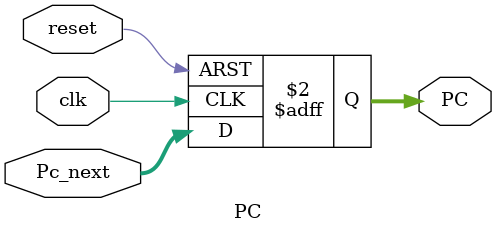
<source format=sv>
module PC (
    input clk,             // Clock signal
    input reset,           // Reset signal
    input [31:0] Pc_next,  // Input address
    output reg [31:0] PC   // Output address
);
    // On every positive edge of the clock
    always @(posedge clk or posedge reset) begin
        if (reset) begin
            // Reset PC to 0 on reset signal
            PC <= 32'b0;
        end else begin
            PC <= Pc_next; // Update PC
        end
    end
endmodule

</source>
